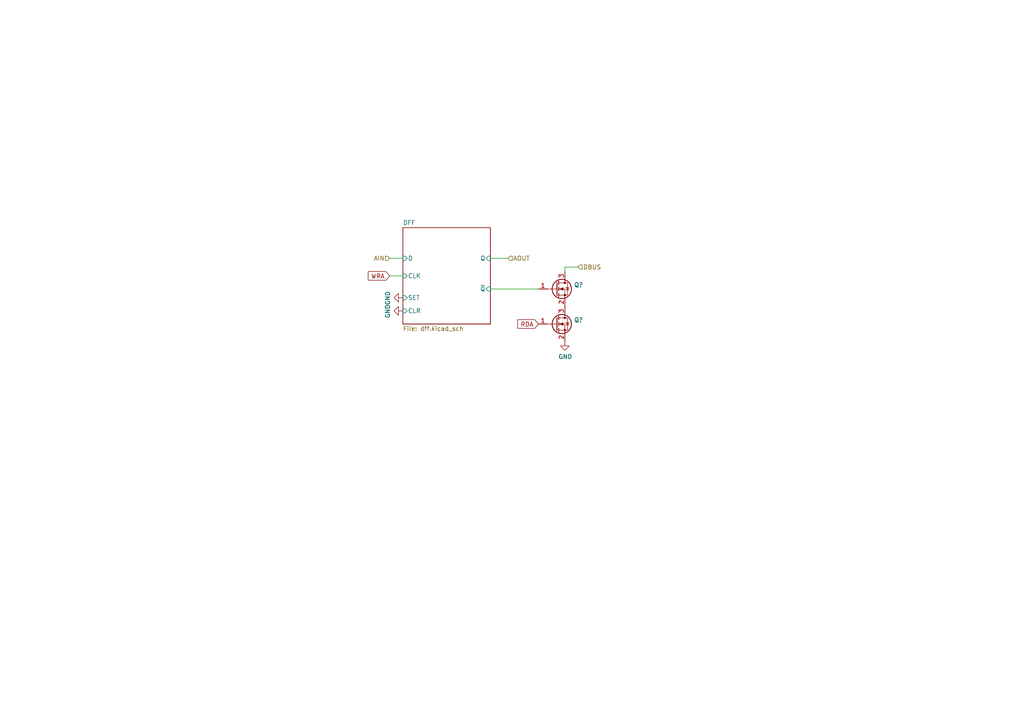
<source format=kicad_sch>
(kicad_sch (version 20211123) (generator eeschema)
  (paper "A4")
  (title_block (title "Q2 Computer") (date "2022-04-16") (rev "4c") (company "joewing.net"))
  (lib_symbols
    (symbol "Transistor_FET:2N7002" (pin_names hide)
      (property "Reference" "Q" (at 5.08 1.905 0))
      (property "Value" "2N7002" (at 5.08 0 0))
      (symbol "2N7002_0_1"
        (polyline (pts (xy 0.254 0) (xy -2.54 0)))
        (polyline (pts (xy 0.254 1.905) (xy 0.254 -1.905)) (stroke (width 0.254)))
        (polyline (pts (xy 0.762 -1.27) (xy 0.762 -2.286)) (stroke (width 0.254)))
        (polyline (pts (xy 0.762 0.508) (xy 0.762 -0.508)) (stroke (width 0.254)))
        (polyline (pts (xy 0.762 2.286) (xy 0.762 1.27)) (stroke (width 0.254)))
        (polyline (pts (xy 2.54 2.54) (xy 2.54 1.778)))
        (polyline (pts (xy 2.54 -2.54) (xy 2.54 0) (xy 0.762 0)))
        (polyline (pts (xy 0.762 -1.778) (xy 3.302 -1.778) (xy 3.302 1.778) (xy 0.762 1.778)))
        (polyline (pts (xy 1.016 0) (xy 2.032 0.381) (xy 2.032 -0.381) (xy 1.016 0)) (fill (type outline)))
        (polyline (pts (xy 2.794 0.508) (xy 2.921 0.381) (xy 3.683 0.381) (xy 3.81 0.254)))
        (polyline (pts (xy 3.302 0.381) (xy 2.921 -0.254) (xy 3.683 -0.254) (xy 3.302 0.381)))
        (circle (center 1.651 0) (radius 2.794) (stroke (width 0.254)))
        (circle (center 2.54 -1.778) (radius 0.254) (fill (type outline)))
        (circle (center 2.54 1.778) (radius 0.254) (fill (type outline)))
      )
      (symbol "2N7002_1_1"
        (pin input line (at -5.08 0 0) (length 2.54) (name "G") (number "1"))
        (pin passive line (at 2.54 -5.08 90) (length 2.54) (name "S") (number "2"))
        (pin passive line (at 2.54 5.08 270) (length 2.54) (name "D") (number "3"))
      )
    )
    (symbol "power:GND" (power) (pin_names (offset 0))
      (property "Value" "GND" (at 0 -3.81 0))
      (symbol "GND_0_1"
        (polyline (pts (xy 0 0) (xy 0 -1.27) (xy 1.27 -1.27) (xy 0 -2.54) (xy -1.27 -1.27) (xy 0 -1.27)))
      )
      (symbol "GND_1_1"
        (pin power_in line (at 0 0 270) (length 0) hide (name "GND") (number "1"))
      )
    )
  )
  (wire (pts (xy 156.21 83.82) (xy 142.24 83.82)))
  (wire (pts (xy 113.03 80.01) (xy 116.84 80.01)))
  (wire (pts (xy 147.32 74.93) (xy 142.24 74.93)))
  (wire (pts (xy 113.03 74.93) (xy 116.84 74.93)))
  (wire (pts (xy 167.64 77.47) (xy 163.83 77.47)))
  (wire (pts (xy 163.83 77.47) (xy 163.83 78.74)))
  (global_label "RDA" (shape input) (at 156.21 93.98 180) (property "Intersheet References" "${INTERSHEET_REFS}" (effects hide)))
  (global_label "WRA" (shape input) (at 113.03 80.01 180) (property "Intersheet References" "${INTERSHEET_REFS}" (effects hide)))
  (hierarchical_label "AIN" (shape input) (at 113.03 74.93 180))
  (hierarchical_label "DBUS" (shape input) (at 167.64 77.47 0))
  (hierarchical_label "AOUT" (shape input) (at 147.32 74.93 0))
  (symbol (lib_id "Transistor_FET:2N7002") (at 161.29 83.82 0) (unit 1)
    (property "Reference" "Q?" (at 166.4716 82.6516 0) (effects (justify left)))
    (property "LCSC" "C181083" (effects hide))
    (property "Manufacturer" "Guangdong Hottech" (effects hide))
    (property "Part Number" "2N7002" (effects hide))
    (property "Package" "SOT-23" (effects hide))
    (property "Type" "SMD" (effects hide))
  )
  (symbol (lib_id "Transistor_FET:2N7002") (at 161.29 93.98 0) (unit 1)
    (property "Reference" "Q?" (at 166.4716 92.8116 0) (effects (justify left)))
    (property "LCSC" "C181083" (effects hide))
    (property "Manufacturer" "Guangdong Hottech" (effects hide))
    (property "Part Number" "2N7002" (effects hide))
    (property "Package" "SOT-23" (effects hide))
    (property "Type" "SMD" (effects hide))
  )
  (symbol (lib_id "power:GND") (at 163.83 99.06 0) (unit 1)
    (property "Reference" "#PWR?" (effects hide))
  )
  (symbol (lib_id "power:GND") (at 116.84 86.36 270) (unit 1)
    (property "Reference" "#PWR?" (effects hide))
  )
  (symbol (lib_id "power:GND") (at 116.84 90.17 270) (unit 1)
    (property "Reference" "#PWR?" (effects hide))
  )
  (sheet (at 116.84 66.04) (size 25.4 27.94)
    (property "Sheet name" "DFF" (at 116.84 65.3284 0) (effects (justify left bottom)))
    (property "Sheet file" "dff.kicad_sch" (at 116.84 94.5646 0) (effects (justify left top)))
    (pin "D" input (at 116.84 74.93 180))
    (pin "CLK" input (at 116.84 80.01 180))
    (pin "Q" input (at 142.24 74.93 0))
    (pin "~{Q}" input (at 142.24 83.82 0))
    (pin "SET" input (at 116.84 86.36 180))
    (pin "CLR" input (at 116.84 90.17 180))
  )
)
</source>
